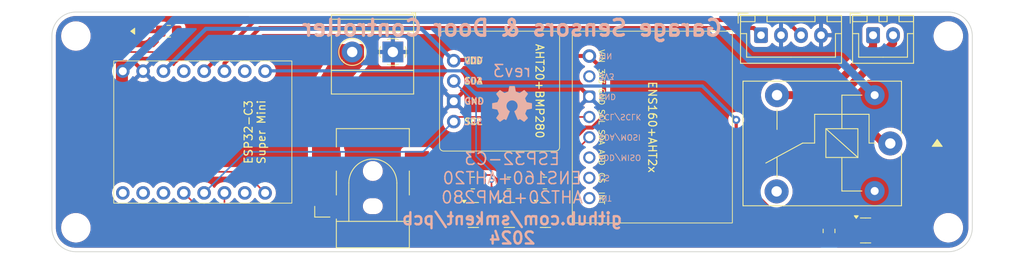
<source format=kicad_pcb>
(kicad_pcb (version 20240108) (generator "pcbnew") (generator_version "8.0")
  (layers (0 "F.Cu" signal) (31 "B.Cu" signal) (34 "B.Paste" user) (35 "F.Paste" user) (36 "B.SilkS" user "B.Silkscreen") (37 "F.SilkS" user "F.Silkscreen") (38 "B.Mask" user) (39 "F.Mask" user) (44 "Edge.Cuts" user))
  (net 0 "")
  (net 2 "GND")
  (net 8 "RELAY_COIL")
  (net 9 "+5V")
  (net 11 "RELAY_SW_COMMON")
  (net 12 "RELAY_SW_NO")
  (net 13 "Net-(LED1-A)")
  (net 14 "RELAY_CONTROL")
  (net 15 "SEL")
  (net 16 "Net-(Q2-D)")
  (net 17 "SDA")
  (net 18 "BUS1_SDA")
  (net 19 "BUS0_SDA")
  (net 20 "LED_STATUS")
  (net 21 "+3V3")
  (net 22 "SCL")
  (net 27 "DOOR_SENSE")
  (net 28 "LOCK_SENSE")
  (footprint "custom:TerminalBlock_Phoenix_MKDS-1,5-2-5.08_1x02_P5.08mm_Horizontal" (layer "F.Cu") (at 132.6 90.5 180)
    (property "Reference" "J4" (hide yes))
    (property "Value" "JST XH")
    (fp_line (start 7.68 -5.261) (end 7.68 4.66) (stroke (width 0.12)) (layer "F.SilkS"))
    (fp_line (start 6.355 -1.069) (end 6.308 -1.023) (stroke (width 0.12)) (layer "F.SilkS"))
    (fp_line (start 6.15 -1.275) (end 6.115 -1.239) (stroke (width 0.12)) (layer "F.SilkS"))
    (fp_line (start 4.046 1.239) (end 4.011 1.274) (stroke (width 0.12)) (layer "F.SilkS"))
    (fp_line (start 3.853 1.023) (end 3.806 1.069) (stroke (width 0.12)) (layer "F.SilkS"))
    (fp_line (start -2.6 4.66) (end 7.68 4.66) (stroke (width 0.12)) (layer "F.SilkS"))
    (fp_line (start -2.6 4.1) (end 7.68 4.1) (stroke (width 0.12)) (layer "F.SilkS"))
    (fp_line (start -2.6 2.6) (end 7.68 2.6) (stroke (width 0.12)) (layer "F.SilkS"))
    (fp_line (start -2.6 -2.301) (end 7.68 -2.301) (stroke (width 0.12)) (layer "F.SilkS"))
    (fp_line (start -2.6 -5.261) (end 7.68 -5.261) (stroke (width 0.12)) (layer "F.SilkS"))
    (fp_line (start -2.6 -5.261) (end -2.6 4.66) (stroke (width 0.12)) (layer "F.SilkS"))
    (fp_line (start -2.84 4.9) (end -2.34 4.9) (stroke (width 0.12)) (layer "F.SilkS"))
    (fp_line (start -2.84 4.16) (end -2.84 4.9) (stroke (width 0.12)) (layer "F.SilkS"))
    (fp_arc (start 1.535427 -0.683042) (mid 1.680501 0.000524) (end 1.535 0.684) (stroke (width 0.12)) (layer "F.SilkS"))
    (fp_arc (start 0.683318 1.534756) (mid 0.349292 1.643288) (end 0 1.68) (stroke (width 0.12)) (layer "F.SilkS"))
    (fp_arc (start 0.028805 1.680253) (mid -0.335551 1.646659) (end -0.684 1.535) (stroke (width 0.12)) (layer "F.SilkS"))
    (fp_arc (start -0.683042 -1.535427) (mid 0.000524 -1.680501) (end 0.684 -1.535) (stroke (width 0.12)) (layer "F.SilkS"))
    (fp_arc (start -1.535427 0.683042) (mid -1.680501 -0.000524) (end -1.535 -0.684) (stroke (width 0.12)) (layer "F.SilkS"))
    (fp_circle (center 5.08 0) (end 6.76 0) (stroke (width 0.12)) (fill none) (layer "F.SilkS"))
    (pad "1" thru_hole rect (at 0 0 180) (size 2.6 2.6) (drill 1.3) (layers "*.Cu" "*.Mask") (net 2 "GND"))
    (pad "2" thru_hole circle (at 5.08 0 180) (size 2.6 2.6) (drill 1.3) (layers "*.Cu" "*.Mask") (net 9 "+5V"))
  )
  (footprint "Resistor_SMD:R_0805_2012Metric_Pad1.20x1.40mm_HandSolder" (layer "F.Cu") (at 151.6 106.9 180)
    (property "Reference" "R5" (hide yes))
    (property "Value" "10K")
    (fp_line (start -0.227064 0.735) (end 0.227064 0.735) (stroke (width 0.12)) (layer "F.SilkS"))
    (fp_line (start -0.227064 -0.735) (end 0.227064 -0.735) (stroke (width 0.12)) (layer "F.SilkS"))
    (pad "1" smd roundrect (at -1 0 180) (size 1.2 1.4) (layers "F.Cu" "F.Paste" "F.Mask") (roundrect_rratio 0.208333) (net 18 "BUS1_SDA"))
    (pad "2" smd roundrect (at 1 0 180) (size 1.2 1.4) (layers "F.Cu" "F.Paste" "F.Mask") (roundrect_rratio 0.208333) (net 21 "+3V3"))
  )
  (footprint "Package_TO_SOT_SMD:SOT-23" (layer "F.Cu") (at 147.1625 110.9)
    (property "Reference" "Q4" (hide yes))
    (property "Value" "BSS138")
    (fp_line (start 0 -1.56) (end -0.65 -1.56) (stroke (width 0.12)) (layer "F.SilkS"))
    (fp_line (start 0 -1.56) (end 0.65 -1.56) (stroke (width 0.12)) (layer "F.SilkS"))
    (fp_line (start 0 1.56) (end -0.65 1.56) (stroke (width 0.12)) (layer "F.SilkS"))
    (fp_line (start 0 1.56) (end 0.65 1.56) (stroke (width 0.12)) (layer "F.SilkS"))
    (fp_poly (pts (xy -1.1625 -1.51) (xy -1.4025 -1.84) (xy -0.9225 -1.84) (xy -1.1625 -1.51)) (stroke (width 0.12)) (fill solid) (layer "F.SilkS"))
    (pad "1" smd roundrect (at -0.9375 -0.95) (size 1.475 0.6) (layers "F.Cu" "F.Paste" "F.Mask") (net 15 "SEL"))
    (pad "2" smd roundrect (at -0.9375 0.95) (size 1.475 0.6) (layers "F.Cu" "F.Paste" "F.Mask") (net 17 "SDA"))
    (pad "3" smd roundrect (at 0.9375 0) (size 1.475 0.6) (layers "F.Cu" "F.Paste" "F.Mask") (net 19 "BUS0_SDA"))
  )
  (footprint "aliexpress:AHT20+BMP280-noholes" (layer "F.Cu") (at 145.938 95.4 -90)
    (property "Reference" "SM2" (hide yes))
    (property "Value" "~")
    (fp_poly (pts (arc (start 7.5 -7) (mid 7.353553 -7.353553) (end 7 -7.5)) (arc (start -7 -7.5) (mid -7.353553 -7.353553) (end -7.5 -7)) (arc (start -7.5 7) (mid -7.353553 7.353553) (end -7 7.5)) (arc (start 7 7.5) (mid 7.353553 7.353553) (end 7.5 7))) (stroke (width 0.1)) (fill none) (layer "F.SilkS"))
    (fp_text user "SCL" (at 3.81 4.5 0) (layer "B.SilkS") (effects (font (size 0.8 0.8) (thickness 0.16)) (justify right mirror)))
    (fp_text user "SDA" (at -1.27 4.5 0) (layer "B.SilkS") (effects (font (size 0.8 0.8) (thickness 0.16)) (justify right mirror)))
    (fp_text user "GND" (at 1.27 4.5 0) (layer "B.SilkS") (effects (font (size 0.8 0.8) (thickness 0.16)) (justify right mirror)))
    (fp_text user "VDD" (at -3.81 4.5 0) (layer "B.SilkS") (effects (font (size 0.8 0.8) (thickness 0.16)) (justify right mirror)))
    (fp_text user "GND" (at 1.27 4.5 0) (layer "F.SilkS") (effects (font (size 0.8 0.8) (thickness 0.16)) (justify left)))
    (fp_text user "VDD" (at -3.81 4.5 0) (layer "F.SilkS") (effects (font (size 0.8 0.8) (thickness 0.16)) (justify left)))
    (fp_text user "SDA" (at -1.27 4.5 0) (layer "F.SilkS") (effects (font (size 0.8 0.8) (thickness 0.16)) (justify left)))
    (fp_text user "SCL" (at 3.81 4.5 0) (layer "F.SilkS") (effects (font (size 0.8 0.8) (thickness 0.16)) (justify left)))
    (fp_text user "AHT20+BMP280" (at 0 -5 -90) (layer "F.SilkS"))
    (pad "1" thru_hole circle (at -3.81 5.73 270) (size 1.7 1.7) (drill 1) (layers "*.Cu" "*.Mask") (net 21 "+3V3"))
    (pad "2" thru_hole circle (at -1.27 5.73 270) (size 1.7 1.7) (drill 1) (layers "*.Cu" "*.Mask") (net 19 "BUS0_SDA"))
    (pad "3" thru_hole roundrect (at 1.27 5.73 270) (size 1.7 1.7) (drill 1) (layers "*.Cu" "*.Mask") (net 2 "GND"))
    (pad "4" thru_hole circle (at 3.81 5.73 270) (size 1.7 1.7) (drill 1) (layers "*.Cu" "*.Mask") (net 22 "SCL"))
  )
  (footprint "aliexpress:ENS160+AHT2x-noholes" (layer "F.Cu") (at 165.02 99.9 -90)
    (property "Reference" "SM3" (hide yes))
    (property "Value" "~")
    (fp_rect (start -12 -10) (end 12 10) (stroke (width 0.1)) (fill none) (layer "F.SilkS"))
    (fp_text user "3V3" (at -6.35 6.75 180) (layer "B.SilkS") (effects (font (size 0.7 0.7) (thickness 0.1)) (justify left mirror)))
    (fp_text user "ADD/MISO" (at 3.81 6.75 180) (layer "B.SilkS") (effects (font (size 0.7 0.7) (thickness 0.1)) (justify left mirror)))
    (fp_text user "CS" (at 6.35 6.75 180) (layer "B.SilkS") (effects (font (size 0.7 0.7) (thickness 0.1)) (justify left mirror)))
    (fp_text user "SCL/SCLK" (at -1.27 6.75 180) (layer "B.SilkS") (effects (font (size 0.7 0.7) (thickness 0.1)) (justify left mirror)))
    (fp_text user "SDA/MOSI" (at 1.27 6.75 180) (layer "B.SilkS") (effects (font (size 0.7 0.7) (thickness 0.1)) (justify left mirror)))
    (fp_text user "GND" (at -3.81 6.75 180) (layer "B.SilkS") (effects (font (size 0.7 0.7) (thickness 0.1)) (justify left mirror)))
    (fp_text user "VIN" (at -8.89 6.75 180) (layer "B.SilkS") (effects (font (size 0.7 0.7) (thickness 0.1)) (justify left mirror)))
    (fp_text user "INT" (at 8.89 6.75 180) (layer "B.SilkS") (effects (font (size 0.7 0.7) (thickness 0.1)) (justify left mirror)))
    (fp_text user "SCL" (at -1.27 6.75 -90) (layer "F.SilkS") (effects (font (size 0.7 0.7) (thickness 0.1)) (justify bottom)))
    (fp_text user "ENS160+AHT2x" (at 0 0 -90) (layer "F.SilkS"))
    (fp_text user "GND" (at -3.81 6.75 -90) (layer "F.SilkS") (effects (font (size 0.7 0.7) (thickness 0.1)) (justify bottom)))
    (fp_text user "CS" (at 6.35 6.75 -90) (layer "F.SilkS") (effects (font (size 0.7 0.7) (thickness 0.1)) (justify bottom)))
    (fp_text user "ADD" (at 3.81 6.75 -90) (layer "F.SilkS") (effects (font (size 0.7 0.7) (thickness 0.1)) (justify bottom)))
    (fp_text user "VIN" (at -8.89 6.75 -90) (layer "F.SilkS") (effects (font (size 0.7 0.7) (thickness 0.1)) (justify bottom)))
    (fp_text user "3V3" (at -6.35 6.75 -90) (layer "F.SilkS") (effects (font (size 0.7 0.7) (thickness 0.1)) (justify bottom)))
    (fp_text user "SDA" (at 1.27 6.75 -90) (layer "F.SilkS") (effects (font (size 0.7 0.7) (thickness 0.1)) (justify bottom)))
    (fp_text user "INT" (at 8.89 6.75 -90) (layer "F.SilkS") (effects (font (size 0.7 0.7) (thickness 0.1)) (justify bottom)))
    (pad "1" thru_hole circle (at -8.89 7.87 270) (size 1.7 1.7) (drill 1) (layers "*.Cu" "*.Mask") (net 21 "+3V3"))
    (pad "2" thru_hole circle (at -6.35 7.87 270) (size 1.524 1.524) (drill 1) (layers "*.Cu" "*.Mask"))
    (pad "3" thru_hole roundrect (at -3.81 7.87 270) (size 1.524 1.524) (drill 1) (layers "*.Cu" "*.Mask") (net 2 "GND"))
    (pad "4" thru_hole circle (at -1.27 7.87 270) (size 1.524 1.524) (drill 1) (layers "*.Cu" "*.Mask") (net 22 "SCL"))
    (pad "5" thru_hole circle (at 1.27 7.87 270) (size 1.524 1.524) (drill 1) (layers "*.Cu" "*.Mask") (net 18 "BUS1_SDA"))
    (pad "6" thru_hole circle (at 3.81 7.87 270) (size 1.524 1.524) (drill 1) (layers "*.Cu" "*.Mask"))
    (pad "7" thru_hole circle (at 6.35 7.87 270) (size 1.524 1.524) (drill 1) (layers "*.Cu" "*.Mask"))
    (pad "8" thru_hole circle (at 8.89 7.87 270) (size 1.524 1.524) (drill 1) (layers "*.Cu" "*.Mask"))
  )
  (footprint "Connector_BarrelJack:BarrelJack_CLIFF_FC681465S_SMT_Horizontal" (layer "F.Cu") (at 130.1 106.9 90)
    (property "Reference" "J1" (hide yes))
    (property "Value" "Barrel_Jack_Switch")
    (fp_line (start -2.92 -7.26) (end -4.26 -7.26) (stroke (width 0.12)) (layer "F.SilkS"))
    (fp_line (start -4.26 -7.26) (end -4.26 -5.36) (stroke (width 0.12)) (layer "F.SilkS"))
    (fp_line (start 4.5 -4.56) (end 6.81 -4.56) (stroke (width 0.12)) (layer "F.SilkS"))
    (fp_line (start -1.5 -4.56) (end 1.5 -4.56) (stroke (width 0.12)) (layer "F.SilkS"))
    (fp_line (start -8.11 -4.56) (end -4.5 -4.56) (stroke (width 0.12)) (layer "F.SilkS"))
    (fp_line (start -4.8 -3) (end 0 -3) (stroke (width 0.12)) (layer "F.SilkS"))
    (fp_line (start -4.8 3) (end 0 3) (stroke (width 0.12)) (layer "F.SilkS"))
    (fp_line (start 6.81 4.56) (end 6.81 -4.56) (stroke (width 0.12)) (layer "F.SilkS"))
    (fp_line (start 4.5 4.56) (end 6.81 4.56) (stroke (width 0.12)) (layer "F.SilkS"))
    (fp_line (start -1.5 4.56) (end 1.5 4.56) (stroke (width 0.12)) (layer "F.SilkS"))
    (fp_line (start -4.8 4.56) (end -4.8 -4.56) (stroke (width 0.12)) (layer "F.SilkS"))
    (fp_line (start -8.11 4.56) (end -8.11 -4.56) (stroke (width 0.12)) (layer "F.SilkS"))
    (fp_line (start -8.11 4.56) (end -4.5 4.56) (stroke (width 0.12)) (layer "F.SilkS"))
    (fp_arc (start 0 -3) (mid 3 0) (end 0 3) (stroke (width 0.12)) (layer "F.SilkS"))
    (pad "" np_thru_hole oval (at -2.9 0 180) (size 2 1.5) (drill oval 2 1.5) (layers "*.Cu" "*.Mask"))
    (pad "" np_thru_hole circle (at 1.5 0 180) (size 2 2) (drill 2) (layers "*.Cu" "*.Mask"))
    (pad "1" smd rect (at -3 -5.5 180) (size 3 2) (layers "F.Cu" "F.Paste" "F.Mask") (net 9 "+5V"))
    (pad "1" smd rect (at 3 -5.5 180) (size 3 2) (layers "F.Cu" "F.Paste" "F.Mask") (net 9 "+5V"))
    (pad "2" smd rect (at 3 5.5 180) (size 3 2) (layers "F.Cu" "F.Paste" "F.Mask"))
    (pad "3" smd rect (at -3 5.5 180) (size 3 2) (layers "F.Cu" "F.Paste" "F.Mask") (net 2 "GND"))
  )
  (footprint "MountingHole:MountingHole_3.2mm_M3" (layer "F.Cu") (at 202 112.5)
    (property "Reference" "REF**" (hide yes))
    (property "Value" "MountingHole_3.2mm_M3")
    (pad "" np_thru_hole circle (at 0 0) (size 3.2 3.2) (drill 3.2) (layers "F&B.Cu" "*.Mask"))
  )
  (footprint "Connector_JST:JST_XH_B4B-XH-A_1x04_P2.50mm_Vertical" (layer "F.Cu") (at 178.6 88.4)
    (property "Reference" "J3" (hide yes))
    (property "Value" "JST XH")
    (fp_line (start -2.85 -2.75) (end -2.85 -1.5) (stroke (width 0.12)) (layer "F.SilkS"))
    (fp_line (start -2.56 -2.46) (end -2.56 3.51) (stroke (width 0.12)) (layer "F.SilkS"))
    (fp_line (start -2.56 3.51) (end 10.06 3.51) (stroke (width 0.12)) (layer "F.SilkS"))
    (fp_line (start -2.55 -2.45) (end -2.55 -1.7) (stroke (width 0.12)) (layer "F.SilkS"))
    (fp_line (start -2.55 -1.7) (end -0.75 -1.7) (stroke (width 0.12)) (layer "F.SilkS"))
    (fp_line (start -2.55 -0.2) (end -1.8 -0.2) (stroke (width 0.12)) (layer "F.SilkS"))
    (fp_line (start -1.8 -0.2) (end -1.8 2.75) (stroke (width 0.12)) (layer "F.SilkS"))
    (fp_line (start -1.8 2.75) (end 3.75 2.75) (stroke (width 0.12)) (layer "F.SilkS"))
    (fp_line (start -1.6 -2.75) (end -2.85 -2.75) (stroke (width 0.12)) (layer "F.SilkS"))
    (fp_line (start -0.75 -2.45) (end -2.55 -2.45) (stroke (width 0.12)) (layer "F.SilkS"))
    (fp_line (start -0.75 -1.7) (end -0.75 -2.45) (stroke (width 0.12)) (layer "F.SilkS"))
    (fp_line (start 0.75 -2.45) (end 0.75 -1.7) (stroke (width 0.12)) (layer "F.SilkS"))
    (fp_line (start 0.75 -1.7) (end 6.75 -1.7) (stroke (width 0.12)) (layer "F.SilkS"))
    (fp_line (start 6.75 -2.45) (end 0.75 -2.45) (stroke (width 0.12)) (layer "F.SilkS"))
    (fp_line (start 6.75 -1.7) (end 6.75 -2.45) (stroke (width 0.12)) (layer "F.SilkS"))
    (fp_line (start 8.25 -2.45) (end 8.25 -1.7) (stroke (width 0.12)) (layer "F.SilkS"))
    (fp_line (start 8.25 -1.7) (end 10.05 -1.7) (stroke (width 0.12)) (layer "F.SilkS"))
    (fp_line (start 9.3 -0.2) (end 9.3 2.75) (stroke (width 0.12)) (layer "F.SilkS"))
    (fp_line (start 9.3 2.75) (end 3.75 2.75) (stroke (width 0.12)) (layer "F.SilkS"))
    (fp_line (start 10.05 -2.45) (end 8.25 -2.45) (stroke (width 0.12)) (layer "F.SilkS"))
    (fp_line (start 10.05 -1.7) (end 10.05 -2.45) (stroke (width 0.12)) (layer "F.SilkS"))
    (fp_line (start 10.05 -0.2) (end 9.3 -0.2) (stroke (width 0.12)) (layer "F.SilkS"))
    (fp_line (start 10.06 -2.46) (end -2.56 -2.46) (stroke (width 0.12)) (layer "F.SilkS"))
    (fp_line (start 10.06 3.51) (end 10.06 -2.46) (stroke (width 0.12)) (layer "F.SilkS"))
    (pad "1" thru_hole roundrect (at 0 0) (size 1.7 1.95) (drill 0.95) (layers "*.Cu" "*.Mask") (roundrect_rratio 0.147059) (net 28 "LOCK_SENSE"))
    (pad "2" thru_hole oval (at 2.5 0) (size 1.7 1.95) (drill 0.95) (layers "*.Cu" "*.Mask") (net 2 "GND"))
    (pad "3" thru_hole oval (at 5 0) (size 1.7 1.95) (drill 0.95) (layers "*.Cu" "*.Mask") (net 27 "DOOR_SENSE"))
    (pad "4" thru_hole oval (at 7.5 0) (size 1.7 1.95) (drill 0.95) (layers "*.Cu" "*.Mask") (net 2 "GND"))
  )
  (footprint "Package_TO_SOT_SMD:SOT-23" (layer "F.Cu") (at 142.6625 110.9)
    (property "Reference" "Q2" (hide yes))
    (property "Value" "BSS138")
    (fp_line (start 0 -1.56) (end -0.65 -1.56) (stroke (width 0.12)) (layer "F.SilkS"))
    (fp_line (start 0 -1.56) (end 0.65 -1.56) (stroke (width 0.12)) (layer "F.SilkS"))
    (fp_line (start 0 1.56) (end -0.65 1.56) (stroke (width 0.12)) (layer "F.SilkS"))
    (fp_line (start 0 1.56) (end 0.65 1.56) (stroke (width 0.12)) (layer "F.SilkS"))
    (fp_poly (pts (xy -1.1625 -1.51) (xy -1.4025 -1.84) (xy -0.9225 -1.84) (xy -1.1625 -1.51)) (stroke (width 0.12)) (fill solid) (layer "F.SilkS"))
    (pad "1" smd roundrect (at -0.9375 -0.95) (size 1.475 0.6) (layers "F.Cu" "F.Paste" "F.Mask") (net 15 "SEL"))
    (pad "2" smd roundrect (at -0.9375 0.95) (size 1.475 0.6) (layers "F.Cu" "F.Paste" "F.Mask") (net 2 "GND"))
    (pad "3" smd roundrect (at 0.9375 0) (size 1.475 0.6) (layers "F.Cu" "F.Paste" "F.Mask") (net 16 "Net-(Q2-D)"))
  )
  (footprint "Resistor_SMD:R_0805_2012Metric_Pad1.20x1.40mm_HandSolder" (layer "F.Cu") (at 104.6 87.9)
    (property "Reference" "R2" (hide yes))
    (property "Value" "10K")
    (fp_line (start -0.227064 -0.735) (end 0.227064 -0.735) (stroke (width 0.12)) (layer "F.SilkS"))
    (fp_line (start -0.227064 0.735) (end 0.227064 0.735) (stroke (width 0.12)) (layer "F.SilkS"))
    (pad "1" smd roundrect (at -1 0) (size 1.2 1.4) (layers "F.Cu" "F.Paste" "F.Mask") (roundrect_rratio 0.208333) (net 13 "Net-(LED1-A)"))
    (pad "2" smd roundrect (at 1 0) (size 1.2 1.4) (layers "F.Cu" "F.Paste" "F.Mask") (roundrect_rratio 0.208333) (net 20 "LED_STATUS"))
  )
  (footprint "Package_TO_SOT_SMD:SOT-23" (layer "F.Cu") (at 191.6625 112.8375)
    (property "Reference" "Q1" (hide yes))
    (property "Value" "BSS138")
    (fp_line (start 0 -1.56) (end -0.65 -1.56) (stroke (width 0.12)) (layer "F.SilkS"))
    (fp_line (start 0 -1.56) (end 0.65 -1.56) (stroke (width 0.12)) (layer "F.SilkS"))
    (fp_line (start 0 1.56) (end -0.65 1.56) (stroke (width 0.12)) (layer "F.SilkS"))
    (fp_line (start 0 1.56) (end 0.65 1.56) (stroke (width 0.12)) (layer "F.SilkS"))
    (fp_poly (pts (xy -1.1625 -1.51) (xy -1.4025 -1.84) (xy -0.9225 -1.84) (xy -1.1625 -1.51)) (stroke (width 0.12)) (fill solid) (layer "F.SilkS"))
    (pad "1" smd roundrect (at -0.9375 -0.95) (size 1.475 0.6) (layers "F.Cu" "F.Paste" "F.Mask") (net 14 "RELAY_CONTROL"))
    (pad "2" smd roundrect (at -0.9375 0.95) (size 1.475 0.6) (layers "F.Cu" "F.Paste" "F.Mask") (net 2 "GND"))
    (pad "3" smd roundrect (at 0.9375 0) (size 1.475 0.6) (layers "F.Cu" "F.Paste" "F.Mask") (net 8 "RELAY_COIL"))
  )
  (footprint "Resistor_SMD:R_0805_2012Metric_Pad1.20x1.40mm_HandSolder" (layer "F.Cu") (at 147.1 106.9 180)
    (property "Reference" "R4" (hide yes))
    (property "Value" "10K")
    (fp_line (start -0.227064 0.735) (end 0.227064 0.735) (stroke (width 0.12)) (layer "F.SilkS"))
    (fp_line (start -0.227064 -0.735) (end 0.227064 -0.735) (stroke (width 0.12)) (layer "F.SilkS"))
    (pad "1" smd roundrect (at -1 0 180) (size 1.2 1.4) (layers "F.Cu" "F.Paste" "F.Mask") (roundrect_rratio 0.208333) (net 19 "BUS0_SDA"))
    (pad "2" smd roundrect (at 1 0 180) (size 1.2 1.4) (layers "F.Cu" "F.Paste" "F.Mask") (roundrect_rratio 0.208333) (net 21 "+3V3"))
  )
  (footprint "custom:LED_0805_2012Metric_Pad1.15x1.40mm_HandSolder_simple" (layer "F.Cu") (at 100.1 87.9)
    (property "Reference" "LED1" (hide yes))
    (property "Value" "LED")
    (fp_poly (pts (xy 0.254 -0.381) (xy 0.254 0.381) (xy -0.254 0)) (stroke (width 0.1)) (fill solid) (layer "F.SilkS"))
    (pad "1" smd roundrect (at -1.025 0) (size 1.15 1.4) (layers "F.Cu" "F.Paste" "F.Mask") (roundrect_rratio 0.217391) (net 2 "GND"))
    (pad "2" smd roundrect (at 1.025 0) (size 1.15 1.4) (layers "F.Cu" "F.Paste" "F.Mask") (roundrect_rratio 0.217391) (net 13 "Net-(LED1-A)"))
  )
  (footprint "Resistor_SMD:R_0805_2012Metric_Pad1.20x1.40mm_HandSolder" (layer "F.Cu") (at 187.1 112.9 90)
    (property "Reference" "R1" (hide yes))
    (property "Value" "10K")
    (fp_line (start -0.227064 -0.735) (end 0.227064 -0.735) (stroke (width 0.12)) (layer "F.SilkS"))
    (fp_line (start -0.227064 0.735) (end 0.227064 0.735) (stroke (width 0.12)) (layer "F.SilkS"))
    (pad "1" smd roundrect (at -1 0 90) (size 1.2 1.4) (layers "F.Cu" "F.Paste" "F.Mask") (roundrect_rratio 0.208333) (net 2 "GND"))
    (pad "2" smd roundrect (at 1 0 90) (size 1.2 1.4) (layers "F.Cu" "F.Paste" "F.Mask") (roundrect_rratio 0.208333) (net 14 "RELAY_CONTROL"))
  )
  (footprint "Resistor_SMD:R_0805_2012Metric_Pad1.20x1.40mm_HandSolder" (layer "F.Cu") (at 142.6 106.9 180)
    (property "Reference" "R3" (hide yes))
    (property "Value" "10K")
    (fp_line (start -0.227064 0.735) (end 0.227064 0.735) (stroke (width 0.12)) (layer "F.SilkS"))
    (fp_line (start -0.227064 -0.735) (end 0.227064 -0.735) (stroke (width 0.12)) (layer "F.SilkS"))
    (pad "1" smd roundrect (at -1 0 180) (size 1.2 1.4) (layers "F.Cu" "F.Paste" "F.Mask") (roundrect_rratio 0.208333) (net 16 "Net-(Q2-D)"))
    (pad "2" smd roundrect (at 1 0 180) (size 1.2 1.4) (layers "F.Cu" "F.Paste" "F.Mask") (roundrect_rratio 0.208333) (net 21 "+3V3"))
  )
  (footprint "MountingHole:MountingHole_3.2mm_M3" (layer "F.Cu") (at 202 88.5)
    (property "Reference" "REF**" (hide yes))
    (property "Value" "MountingHole_3.2mm_M3")
    (pad "" np_thru_hole circle (at 0 0) (size 3.2 3.2) (drill 3.2) (layers "F&B.Cu" "*.Mask"))
  )
  (footprint "Relay_THT:Relay_SPDT_SANYOU_SRD_Series_Form_C" (layer "F.Cu") (at 194.75 101.95 180)
    (property "Reference" "K1" (hide yes))
    (property "Value" "Relay_SPDT")
    (fp_line (start 18.4 7.8) (end -1.4 7.8) (stroke (width 0.12)) (layer "F.SilkS"))
    (fp_line (start 18.4 -7.8) (end 18.4 7.8) (stroke (width 0.12)) (layer "F.SilkS"))
    (fp_line (start 14.15 4.2) (end 14.15 1.75) (stroke (width 0.12)) (layer "F.SilkS"))
    (fp_line (start 14.15 -4.2) (end 14.15 -1.7) (stroke (width 0.12)) (layer "F.SilkS"))
    (fp_line (start 10.95 0.05) (end 15.55 -2.45) (stroke (width 0.12)) (layer "F.SilkS"))
    (fp_line (start 9.45 3.65) (end 2.65 3.65) (stroke (width 0.12)) (layer "F.SilkS"))
    (fp_line (start 9.45 0.05) (end 10.95 0.05) (stroke (width 0.12)) (layer "F.SilkS"))
    (fp_line (start 9.45 0.05) (end 9.45 3.65) (stroke (width 0.12)) (layer "F.SilkS"))
    (fp_line (start 8.05 1.85) (end 4.05 1.85) (stroke (width 0.12)) (layer "F.SilkS"))
    (fp_line (start 8.05 1.85) (end 4.05 -1.75) (stroke (width 0.12)) (layer "F.SilkS"))
    (fp_line (start 8.05 -1.75) (end 8.05 1.85) (stroke (width 0.12)) (layer "F.SilkS"))
    (fp_line (start 6.05 1.85) (end 6.05 6.05) (stroke (width 0.12)) (layer "F.SilkS"))
    (fp_line (start 6.05 -5.95) (end 6.05 -1.75) (stroke (width 0.12)) (layer "F.SilkS"))
    (fp_line (start 6.05 -5.95) (end 3.55 -5.95) (stroke (width 0.12)) (layer "F.SilkS"))
    (fp_line (start 4.05 1.85) (end 4.05 -1.75) (stroke (width 0.12)) (layer "F.SilkS"))
    (fp_line (start 4.05 -1.75) (end 8.05 -1.75) (stroke (width 0.12)) (layer "F.SilkS"))
    (fp_line (start 3.55 6.05) (end 6.05 6.05) (stroke (width 0.12)) (layer "F.SilkS"))
    (fp_line (start 2.65 0.05) (end 2.65 3.65) (stroke (width 0.12)) (layer "F.SilkS"))
    (fp_line (start 2.65 0.05) (end 1.85 0.05) (stroke (width 0.12)) (layer "F.SilkS"))
    (fp_line (start -1.4 1.2) (end -1.4 7.8) (stroke (width 0.12)) (layer "F.SilkS"))
    (fp_line (start -1.4 -7.8) (end 18.4 -7.8) (stroke (width 0.12)) (layer "F.SilkS"))
    (fp_line (start -1.4 -7.8) (end -1.4 -1.2) (stroke (width 0.12)) (layer "F.SilkS"))
    (pad "1" thru_hole circle (at 0 0 270) (size 3 3) (drill 1.3) (layers "*.Cu" "*.Mask") (net 11 "RELAY_SW_COMMON"))
    (pad "2" thru_hole circle (at 1.95 6.05 270) (size 2.5 2.5) (drill 1) (layers "*.Cu" "*.Mask") (net 9 "+5V"))
    (pad "3" thru_hole circle (at 14.15 6.05 270) (size 3 3) (drill 1.3) (layers "*.Cu" "*.Mask") (net 12 "RELAY_SW_NO"))
    (pad "4" thru_hole circle (at 14.2 -6 270) (size 3 3) (drill 1.3) (layers "*.Cu" "*.Mask"))
    (pad "5" thru_hole circle (at 1.95 -5.95 270) (size 2.5 2.5) (drill 1) (layers "*.Cu" "*.Mask") (net 8 "RELAY_COIL"))
  )
  (footprint "custom:D_SMA_simple" (layer "F.Cu") (at 200.6 101.9 -90)
    (property "Reference" "D1" (hide yes))
    (property "Value" "SS34")
    (fp_poly (pts (xy 0.420439 0.621316) (xy -0.461741 -0.012664) (xy 0.420439 -0.648684)) (stroke (width 0.1)) (fill solid) (layer "F.SilkS"))
    (pad "1" smd roundrect (at -2 0 270) (size 2.5 1.8) (layers "F.Cu" "F.Paste" "F.Mask") (roundrect_rratio 0.1388888889) (net 9 "+5V"))
    (pad "2" smd roundrect (at 2 0 270) (size 2.5 1.8) (layers "F.Cu" "F.Paste" "F.Mask") (roundrect_rratio 0.1388888889) (net 8 "RELAY_COIL"))
  )
  (footprint "aliexpress:ESP32-C3-Super-Mini-Pins" (layer "F.Cu") (at 106.48 100.52 90)
    (property "Reference" "SM1" (hide yes))
    (property "Value" "~")
    (fp_rect (start -8.9 -8.75) (end 8.9 13.5) (stroke (width 0.1)) (fill none) (layer "F.SilkS"))
    (fp_text_box "ESP32-C3\nSuper Mini" (start -4.875 6.75) (end 4.875 9.75) (layer "F.SilkS") (effects (font (size 1 1)) (justify top)) (border no))
    (pad "0" thru_hole circle (at 7.62 10.16 90) (size 1.7 1.7) (drill 1) (layers "*.Cu" "*.Mask") (net 14 "RELAY_CONTROL"))
    (pad "1" thru_hole circle (at 7.62 7.62 90) (size 1.7 1.7) (drill 1) (layers "*.Cu" "*.Mask"))
    (pad "2" thru_hole circle (at 7.62 5.08 90) (size 1.7 1.7) (drill 1) (layers "*.Cu" "*.Mask") (net 28 "LOCK_SENSE"))
    (pad "3" thru_hole circle (at 7.62 2.54 90) (size 1.7 1.7) (drill 1) (layers "*.Cu" "*.Mask") (net 27 "DOOR_SENSE"))
    (pad "3V3" thru_hole circle (at 7.62 -2.54 90) (size 1.7 1.7) (drill 1) (layers "*.Cu" "*.Mask") (net 21 "+3V3"))
    (pad "4" thru_hole circle (at 7.62 0 90) (size 1.7 1.7) (drill 1) (layers "*.Cu" "*.Mask"))
    (pad "5" thru_hole circle (at -7.62 -7.62 90) (size 1.7 1.7) (drill 1) (layers "*.Cu" "*.Mask"))
    (pad "5V" thru_hole circle (at 7.62 -7.62 90) (size 1.7 1.7) (drill 1) (layers "*.Cu" "*.Mask") (net 9 "+5V"))
    (pad "6" thru_hole circle (at -7.62 -5.08 90) (size 1.7 1.7) (drill 1) (layers "*.Cu" "*.Mask"))
    (pad "7" thru_hole circle (at -7.62 -2.54 90) (size 1.7 1.7) (drill 1) (layers "*.Cu" "*.Mask"))
    (pad "8" thru_hole circle (at -7.62 0 90) (size 1.7 1.7) (drill 1) (layers "*.Cu" "*.Mask") (net 17 "SDA"))
    (pad "9" thru_hole circle (at -7.62 2.54 90) (size 1.7 1.7) (drill 1) (layers "*.Cu" "*.Mask") (net 22 "SCL"))
    (pad "10" thru_hole circle (at -7.62 5.08 90) (size 1.7 1.7) (drill 1) (layers "*.Cu" "*.Mask") (net 15 "SEL"))
    (pad "20" thru_hole circle (at -7.62 7.62 90) (size 1.7 1.7) (drill 1) (layers "*.Cu" "*.Mask"))
    (pad "21" thru_hole circle (at -7.62 10.16 90) (size 1.7 1.7) (drill 1) (layers "*.Cu" "*.Mask") (net 20 "LED_STATUS"))
    (pad "G" thru_hole circle (at 7.62 -5.08 90) (size 1.7 1.7) (drill 1) (layers "*.Cu" "*.Mask") (net 2 "GND"))
  )
  (footprint "MountingHole:MountingHole_3.2mm_M3" (layer "F.Cu") (at 93 112.5)
    (property "Reference" "REF**" (hide yes))
    (property "Value" "MountingHole_3.2mm_M3")
    (pad "" np_thru_hole circle (at 0 0) (size 3.2 3.2) (drill 3.2) (layers "F&B.Cu" "*.Mask"))
  )
  (footprint "Connector_JST:JST_XH_B2B-XH-A_1x02_P2.50mm_Vertical" (layer "F.Cu") (at 192.6 88.4)
    (property "Reference" "J2" (hide yes))
    (property "Value" "JST XH")
    (fp_line (start -2.85 -2.75) (end -2.85 -1.5) (stroke (width 0.12)) (layer "F.SilkS"))
    (fp_line (start -2.56 -2.46) (end -2.56 3.51) (stroke (width 0.12)) (layer "F.SilkS"))
    (fp_line (start -2.56 3.51) (end 5.06 3.51) (stroke (width 0.12)) (layer "F.SilkS"))
    (fp_line (start -2.55 -2.45) (end -2.55 -1.7) (stroke (width 0.12)) (layer "F.SilkS"))
    (fp_line (start -2.55 -1.7) (end -0.75 -1.7) (stroke (width 0.12)) (layer "F.SilkS"))
    (fp_line (start -2.55 -0.2) (end -1.8 -0.2) (stroke (width 0.12)) (layer "F.SilkS"))
    (fp_line (start -1.8 -0.2) (end -1.8 2.75) (stroke (width 0.12)) (layer "F.SilkS"))
    (fp_line (start -1.8 2.75) (end 1.25 2.75) (stroke (width 0.12)) (layer "F.SilkS"))
    (fp_line (start -1.6 -2.75) (end -2.85 -2.75) (stroke (width 0.12)) (layer "F.SilkS"))
    (fp_line (start -0.75 -2.45) (end -2.55 -2.45) (stroke (width 0.12)) (layer "F.SilkS"))
    (fp_line (start -0.75 -1.7) (end -0.75 -2.45) (stroke (width 0.12)) (layer "F.SilkS"))
    (fp_line (start 0.75 -2.45) (end 0.75 -1.7) (stroke (width 0.12)) (layer "F.SilkS"))
    (fp_line (start 0.75 -1.7) (end 1.75 -1.7) (stroke (width 0.12)) (layer "F.SilkS"))
    (fp_line (start 1.75 -2.45) (end 0.75 -2.45) (stroke (width 0.12)) (layer "F.SilkS"))
    (fp_line (start 1.75 -1.7) (end 1.75 -2.45) (stroke (width 0.12)) (layer "F.SilkS"))
    (fp_line (start 3.25 -2.45) (end 3.25 -1.7) (stroke (width 0.12)) (layer "F.SilkS"))
    (fp_line (start 3.25 -1.7) (end 5.05 -1.7) (stroke (width 0.12)) (layer "F.SilkS"))
    (fp_line (start 4.3 -0.2) (end 4.3 2.75) (stroke (width 0.12)) (layer "F.SilkS"))
    (fp_line (start 4.3 2.75) (end 1.25 2.75) (stroke (width 0.12)) (layer "F.SilkS"))
    (fp_line (start 5.05 -2.45) (end 3.25 -2.45) (stroke (width 0.12)) (layer "F.SilkS"))
    (fp_line (start 5.05 -1.7) (end 5.05 -2.45) (stroke (width 0.12)) (layer "F.SilkS"))
    (fp_line (start 5.05 -0.2) (end 4.3 -0.2) (stroke (width 0.12)) (layer "F.SilkS"))
    (fp_line (start 5.06 -2.46) (end -2.56 -2.46) (stroke (width 0.12)) (layer "F.SilkS"))
    (fp_line (start 5.06 3.51) (end 5.06 -2.46) (stroke (width 0.12)) (layer "F.SilkS"))
    (pad "1" thru_hole roundrect (at 0 0) (size 1.7 2) (drill 1) (layers "*.Cu" "*.Mask") (roundrect_rratio 0.147059) (net 12 "RELAY_SW_NO"))
    (pad "2" thru_hole oval (at 2.5 0) (size 1.7 2) (drill 1) (layers "*.Cu" "*.Mask") (net 11 "RELAY_SW_COMMON"))
  )
  (footprint "Package_TO_SOT_SMD:SOT-23" (layer "F.Cu") (at 151.6625 110.9)
    (property "Reference" "Q3" (hide yes))
    (property "Value" "BSS138")
    (fp_line (start 0 -1.56) (end -0.65 -1.56) (stroke (width 0.12)) (layer "F.SilkS"))
    (fp_line (start 0 -1.56) (end 0.65 -1.56) (stroke (width 0.12)) (layer "F.SilkS"))
    (fp_line (start 0 1.56) (end -0.65 1.56) (stroke (width 0.12)) (layer "F.SilkS"))
    (fp_line (start 0 1.56) (end 0.65 1.56) (stroke (width 0.12)) (layer "F.SilkS"))
    (fp_poly (pts (xy -1.1625 -1.51) (xy -1.4025 -1.84) (xy -0.9225 -1.84) (xy -1.1625 -1.51)) (stroke (width 0.12)) (fill solid) (layer "F.SilkS"))
    (pad "1" smd roundrect (at -0.9375 -0.95) (size 1.475 0.6) (layers "F.Cu" "F.Paste" "F.Mask") (net 16 "Net-(Q2-D)"))
    (pad "2" smd roundrect (at -0.9375 0.95) (size 1.475 0.6) (layers "F.Cu" "F.Paste" "F.Mask") (net 17 "SDA"))
    (pad "3" smd roundrect (at 0.9375 0) (size 1.475 0.6) (layers "F.Cu" "F.Paste" "F.Mask") (net 18 "BUS1_SDA"))
  )
  (footprint "MountingHole:MountingHole_3.2mm_M3" (layer "F.Cu") (at 93 88.5)
    (property "Reference" "REF**" (hide yes))
    (property "Value" "MountingHole_3.2mm_M3")
    (pad "" np_thru_hole circle (at 0 0) (size 3.2 3.2) (drill 3.2) (layers "*.Cu" "*.Mask"))
  )
  (footprint "graphics:oshw-logo-5mm" (layer "B.Cu") (at 147.5 97 180)
    (property "Reference" "G***" (hide yes))
    (property "Value" "LOGO" (hide yes))
    (fp_poly (pts (xy 0.087879 2.243131) (xy 0.156266 2.242994) (xy 0.210969 2.242671) (xy 0.253576 2.242086) (xy 0.285679 2.241165) (xy 0.308869 2.239829) (xy 0.324735 2.238004) (xy 0.334868 2.235613) (xy 0.340858 2.23258) (xy 0.344296 2.228828) (xy 0.345474 2.226811) (xy 0.34894 2.215068) (xy 0.355046 2.188649) (xy 0.363402 2.149471) (xy 0.373617 2.09945) (xy 0.385301 2.0405) (xy 0.398065 1.974539) (xy 0.411518 1.903483) (xy 0.41374 1.891602) (xy 0.427294 1.820157) (xy 0.440315 1.753733) (xy 0.452406 1.694205) (xy 0.463165 1.643446) (xy 0.472195 1.603332) (xy 0.479096 1.575738) (xy 0.483469 1.562539) (xy 0.483944 1.561849) (xy 0.495128 1.555173) (xy 0.519543 1.543441) (xy 0.554685 1.52768) (xy 0.598054 1.508913) (xy 0.647148 1.488167) (xy 0.699464 1.466467) (xy 0.752502 1.444838) (xy 0.803759 1.424305) (xy 0.850734 1.405893) (xy 0.890924 1.390628) (xy 0.921829 1.379536) (xy 0.940946 1.37364) (xy 0.944862 1.37296) (xy 0.956838 1.376606) (xy 0.979353 1.388327) (xy 1.012959 1.408473) (xy 1.05821 1.437393) (xy 1.115658 1.475436) (xy 1.185855 1.52295) (xy 1.226628 1.550863) (xy 1.29727 1.599371) (xy 1.355329 1.639174) (xy 1.402136 1.671103) (xy 1.439023 1.695985) (xy 1.467319 1.714652) (xy 1.488354 1.727931) (xy 1.503461 1.736653) (xy 1.513969 1.741647) (xy 1.521209 1.743741) (xy 1.526511 1.743766) (xy 1.531206 1.742551) (xy 1.533162 1.741919) (xy 1.54394 1.734455) (xy 1.564476 1.716548) (xy 1.593187 1.68981) (xy 1.628487 1.655856) (xy 1.668791 1.6163) (xy 1.712513 1.572754) (xy 1.758068 1.526833) (xy 1.803872 1.48015) (xy 1.848338 1.434318) (xy 1.889882 1.390952) (xy 1.926919 1.351665) (xy 1.957863 1.318071) (xy 1.98113 1.291783) (xy 1.995133 1.274415) (xy 1.998606 1.268128) (xy 1.993966 1.257503) (xy 1.980746 1.234663) (xy 1.959997 1.201241) (xy 1.93277 1.15887) (xy 1.900114 1.10918) (xy 1.863081 1.053806) (xy 1.822721 0.994377) (xy 1.817298 0.986458) (xy 1.762865 0.906455) (xy 1.717988 0.839212) (xy 1.682767 0.784885) (xy 1.657299 0.743626) (xy 1.641681 0.715591) (xy 1.636011 0.700934) (xy 1.63599 0.700442) (xy 1.639317 0.685509) (xy 1.6486 0.65807) (xy 1.662791 0.620542) (xy 1.680843 0.575345) (xy 1.701708 0.524898) (xy 1.724339 0.471618) (xy 1.747689 0.417924) (xy 1.770709 0.366235) (xy 1.792352 0.31897) (xy 1.811572 0.278548) (xy 1.827319 0.247386) (xy 1.838548 0.227903) (xy 1.842919 0.222653) (xy 1.854981 0.218518) (xy 1.88165 0.211838) (xy 1.920929 0.203033) (xy 1.970821 0.192525) (xy 2.029332 0.180735) (xy 2.094464 0.168084) (xy 2.159154 0.155929) (xy 2.228726 0.142945) (xy 2.293614 0.130603) (xy 2.35181 0.119304) (xy 2.401303 0.109447) (xy 2.440083 0.101433) (xy 2.46614 0.095661) (xy 2.477175 0.092663) (xy 2.496149 0.084691) (xy 2.496149 -0.251905) (xy 2.496107 -0.336358) (xy 2.495936 -0.405503) (xy 2.495569 -0.460898) (xy 2.49494 -0.504103) (xy 2.49398 -0.536675) (xy 2.492623 -0.560172) (xy 2.490803 -0.576153) (xy 2.488451 -0.586175) (xy 2.4855 -0.591798) (xy 2.481885 -0.594578) (xy 2.481391 -0.5948) (xy 2.469941 -0.597761) (xy 2.443865 -0.603408) (xy 2.40512 -0.611352) (xy 2.355663 -0.621203) (xy 2.297452 -0.632571) (xy 2.232443 -0.645065) (xy 2.163542 -0.658119) (xy 2.079121 -0.674172) (xy 2.010085 -0.687705) (xy 1.95519 -0.699001) (xy 1.913191 -0.708344) (xy 1.882842 -0.716018) (xy 1.862898 -0.722307) (xy 1.852115 -0.727492) (xy 1.849931 -0.729525) (xy 1.844228 -0.740775) (xy 1.833189 -0.765632) (xy 1.817684 -0.80202) (xy 1.798584 -0.847865) (xy 1.776759 -0.901091) (xy 1.753079 -0.959622) (xy 1.745198 -0.97927) (xy 1.714184 -1.057698) (xy 1.689873 -1.121334) (xy 1.672056 -1.170772) (xy 1.660526 -1.206607) (xy 1.655075 -1.229431) (xy 1.654709 -1.237677) (xy 1.660251 -1.249827) (xy 1.674339 -1.27405) (xy 1.69585 -1.3086) (xy 1.723661 -1.351733) (xy 1.756648 -1.401702) (xy 1.793687 -1.456762) (xy 1.82852 -1.507718) (xy 1.867951 -1.565378) (xy 1.90415 -1.61908) (xy 1.936026 -1.66715) (xy 1.962494 -1.707913) (xy 1.982463 -1.739696) (xy 1.994846 -1.760824) (xy 1.998606 -1.76934) (xy 1.992809 -1.778351) (xy 1.976278 -1.797825) (xy 1.950299 -1.826397) (xy 1.916163 -1.8627) (xy 1.875156 -1.90537) (xy 1.828567 -1.953041) (xy 1.777684 -2.004348) (xy 1.763947 -2.018078) (xy 1.702896 -2.078805) (xy 1.652561 -2.128416) (xy 1.611884 -2.167873) (xy 1.579807 -2.198138) (xy 1.555274 -2.220172) (xy 1.537227 -2.234937) (xy 1.524608 -2.243394) (xy 1.516361 -2.246504) (xy 1.513067 -2.246203) (xy 1.502498 -2.240155) (xy 1.479761 -2.225661) (xy 1.446567 -2.203858) (xy 1.404624 -2.175885) (xy 1.355642 -2.142883) (xy 1.301331 -2.105989) (xy 1.253143 -2.073031) (xy 1.195756 -2.033974) (xy 1.142249 -1.998155) (xy 1.094326 -1.966668) (xy 1.053693 -1.94061) (xy 1.022054 -1.921076) (xy 1.001113 -1.909162) (xy 0.993023 -1.905843) (xy 0.980042 -1.909686) (xy 0.955378 -1.920258) (xy 0.922106 -1.936127) (xy 0.883303 -1.955859) (xy 0.865677 -1.965178) (xy 0.825565 -1.985941) (xy 0.789742 -2.003199) (xy 0.761244 -2.015583) (xy 0.743112 -2.021725) (xy 0.739212 -2.0221) (xy 0.73464 -2.018225) (xy 0.727457 -2.007073) (xy 0.717281 -1.987774) (xy 0.703728 -1.95946) (xy 0.686416 -1.921259) (xy 0.664961 -1.872302) (xy 0.638979 -1.811719) (xy 0.608088 -1.738641) (xy 0.571905 -1.652198) (xy 0.530046 -1.551519) (xy 0.500982 -1.481343) (xy 0.463631 -1.390821) (xy 0.428246 -1.304612) (xy 0.395348 -1.22402) (xy 0.365463 -1.15035) (xy 0.339114 -1.084906) (xy 0.316824 -1.028993) (xy 0.299118 -0.983915) (xy 0.286519 -0.950977) (xy 0.27955 -0.931482) (xy 0.278287 -0.926692) (xy 0.285649 -0.911279) (xy 0.305746 -0.893033) (xy 0.314127 -0.887295) (xy 0.338119 -0.871196) (xy 0.36969 -0.849156) (xy 0.402906 -0.82533) (xy 0.410605 -0.819704) (xy 0.492542 -0.74956) (xy 0.561406 -0.669813) (xy 0.616751 -0.582045) (xy 0.658129 -0.487838) (xy 0.68509 -0.388774) (xy 0.697187 -0.286436) (xy 0.693972 -0.182406) (xy 0.674997 -0.078266) (xy 0.645695 0.010265) (xy 0.619301 0.068097) (xy 0.588288 0.120201) (xy 0.549548 0.171057) (xy 0.499975 0.225148) (xy 0.48911 0.236126) (xy 0.414379 0.302568) (xy 0.336542 0.354447) (xy 0.251765 0.394052) (xy 0.189741 0.414695) (xy 0.129452 0.427248) (xy 0.059071 0.434186) (xy -0.015588 0.435511) (xy -0.088712 0.431221) (xy -0.154487 0.421318) (xy -0.181308 0.414695) (xy -0.280656 0.377658) (xy -0.372401 0.326698) (xy -0.455176 0.263279) (xy -0.527611 0.188861) (xy -0.588338 0.104908) (xy -0.63599 0.01288) (xy -0.669198 -0.08576) (xy -0.675503 -0.113303) (xy -0.68903 -0.219266) (xy -0.686348 -0.324378) (xy -0.668094 -0.42699) (xy -0.634907 -0.525453) (xy -0.587425 -0.618119) (xy -0.526284 -0.70334) (xy -0.452124 -0.779466) (xy -0.402172 -0.819704) (xy -0.369456 -0.843334) (xy -0.336935 -0.866195) (xy -0.310541 -0.884131) (xy -0.305694 -0.887295) (xy -0.282243 -0.905753) (xy -0.270599 -0.922399) (xy -0.269854 -0.926692) (xy -0.273009 -0.937054) (xy -0.282124 -0.96168) (xy -0.296676 -0.999267) (xy -0.316141 -1.048511) (xy -0.339996 -1.108107) (xy -0.367716 -1.17675) (xy -0.398778 -1.253136) (xy -0.432658 -1.335961) (xy -0.468832 -1.42392) (xy -0.492548 -1.481343) (xy -0.538131 -1.591314) (xy -0.577799 -1.686508) (xy -0.611936 -1.767796) (xy -0.640926 -1.836048) (xy -0.665151 -1.892132) (xy -0.684995 -1.93692) (xy -0.70084 -1.971281) (xy -0.713071 -1.996084) (xy -0.72207 -2.0122) (xy -0.728221 -2.020499) (xy -0.730779 -2.0221) (xy -0.743415 -2.019121) (xy -0.767748 -2.009302) (xy -0.800737 -1.994011) (xy -0.839345 -1.974615) (xy -0.857244 -1.965178) (xy -0.897481 -1.944225) (xy -0.933508 -1.926519) (xy -0.962252 -1.913492) (xy -0.980635 -1.90658) (xy -0.98459 -1.905843) (xy -0.995184 -1.91048) (xy -1.017914 -1.923661) (xy -1.051075 -1.944289) (xy -1.092962 -1.97127) (xy -1.141872 -2.003508) (xy -1.196099 -2.039907) (xy -1.24471 -2.073031) (xy -1.30216 -2.112301) (xy -1.355709 -2.148631) (xy -1.403646 -2.180881) (xy -1.444263 -2.207913) (xy -1.475848 -2.228588) (xy -1.496694 -2.241767) (xy -1.504634 -2.246203) (xy -1.510764 -2.245842) (xy -1.520631 -2.240712) (xy -1.53529 -2.229851) (xy -1.555801 -2.212299) (xy -1.58322 -2.187093) (xy -1.618604 -2.153272) (xy -1.663011 -2.109875) (xy -1.717499 -2.05594) (xy -1.755514 -2.018078) (xy -1.8073 -1.966051) (xy -1.855126 -1.917307) (xy -1.897704 -1.873209) (xy -1.933746 -1.835123) (xy -1.961963 -1.804416) (xy -1.981068 -1.782451) (xy -1.989772 -1.770595) (xy -1.990172 -1.76934) (xy -1.985528 -1.759204) (xy -1.97232 -1.736911) (xy -1.951637 -1.704134) (xy -1.924568 -1.662548) (xy -1.8922 -1.613827) (xy -1.855622 -1.559644) (xy -1.820087 -1.507718) (xy -1.780424 -1.449636) (xy -1.743831 -1.395119) (xy -1.711432 -1.345911) (xy -1.68435 -1.30376) (xy -1.663708 -1.270409) (xy -1.65063 -1.247605) (xy -1.646275 -1.237677) (xy -1.647815 -1.223143) (xy -1.655295 -1.195992) (xy -1.668925 -1.155631) (xy -1.688911 -1.101465) (xy -1.715462 -1.032901) (xy -1.736764 -0.97927) (xy -1.760856 -0.919472) (xy -1.783373 -0.86431) (xy -1.803446 -0.81586) (xy -1.820205 -0.776198) (xy -1.832778 -0.747398) (xy -1.840296 -0.731537) (xy -1.841498 -0.729525) (xy -1.848597 -0.724739) (xy -1.8643 -0.718978) (xy -1.889852 -0.711957) (xy -1.9265 -0.703394) (xy -1.975488 -0.693004) (xy -2.038061 -0.680504) (xy -2.115465 -0.66561) (xy -2.155109 -0.658119) (xy -2.224906 -0.644894) (xy -2.289838 -0.632412) (xy -2.347946 -0.621062) (xy -2.397273 -0.611234) (xy -2.435864 -0.603318) (xy -2.461759 -0.597703) (xy -2.472958 -0.5948) (xy -2.47666 -0.592261) (xy -2.479688 -0.587072) (xy -2.48211 -0.577674) (xy -2.483993 -0.562509) (xy -2.485403 -0.540019) (xy -2.486408 -0.508647) (xy -2.487074 -0.466833) (xy -2.48747 -0.413019) (xy -2.487661 -0.345647) (xy -2.487715 -0.263159) (xy -2.487716 -0.251905) (xy -2.487716 0.084691) (xy -2.468741 0.092663) (xy -2.456259 0.096002) (xy -2.429192 0.101954) (xy -2.38955 0.110118) (xy -2.339345 0.120095) (xy -2.280585 0.131485) (xy -2.215281 0.143888) (xy -2.150721 0.155929) (xy -2.081227 0.169002) (xy -2.016499 0.181606) (xy -1.958535 0.193318) (xy -1.909331 0.203719) (xy -1.870882 0.212387) (xy -1.845185 0.218901) (xy -1.834486 0.222653) (xy -1.826748 0.233268) (xy -1.813812 0.257131) (xy -1.796725 0.291823) (xy -1.776535 0.334927) (xy -1.754288 0.384022) (xy -1.731032 0.436691) (xy -1.707816 0.490515) (xy -1.685686 0.543075) (xy -1.66569 0.591953) (xy -1.648876 0.63473) (xy -1.63629 0.668987) (xy -1.628981 0.692307) (xy -1.627556 0.700442) (xy -1.632566 0.714211) (xy -1.647531 0.741369) (xy -1.672353 0.78176) (xy -1.706935 0.835231) (xy -1.751177 0.901627) (xy -1.804984 0.980794) (xy -1.808864 0.986458) (xy -1.849579 1.046292) (xy -1.887102 1.102285) (xy -1.920385 1.152803) (xy -1.948376 1.196216) (xy -1.970024 1.230891) (xy -1.98428 1.255195) (xy -1.990092 1.267497) (xy -1.990172 1.268128) (xy -1.984401 1.27751) (xy -1.968143 1.297057) (xy -1.942984 1.325156) (xy -1.910509 1.360192) (xy -1.872304 1.400553) (xy -1.829953 1.444624) (xy -1.785041 1.490791) (xy -1.739155 1.537443) (xy -1.693878 1.582964) (xy -1.650797 1.625741) (xy -1.611496 1.66416) (xy -1.577561 1.696609) (xy -1.550577 1.721472) (xy -1.532128 1.737137) (xy -1.524729 1.741919) (xy -1.519788 1.743378) (xy -1.514663 1.743842) (xy -1.508024 1.742483) (xy -1.498539 1.73847) (xy -1.484878 1.730976) (xy -1.46571 1.719171) (xy -1.439704 1.702225) (xy -1.405529 1.679309) (xy -1.361854 1.649595) (xy -1.307349 1.612254) (xy -1.240683 1.566455) (xy -1.217273 1.550365) (xy -1.140448 1.497908) (xy -1.076657 1.455115) (xy -1.025357 1.421642) (xy -0.986003 1.397148) (xy -0.958054 1.381288) (xy -0.940965 1.37372) (xy -0.936436 1.372933) (xy -0.922992 1.376331) (xy -0.8967 1.38536) (xy -0.860066 1.398994) (xy -0.815595 1.416207) (xy -0.765794 1.435973) (xy -0.713168 1.457266) (xy -0.660223 1.479058) (xy -0.609464 1.500325) (xy -0.563398 1.52004) (xy -0.52453 1.537176) (xy -0.495366 1.550708) (xy -0.478412 1.559609) (xy -0.475585 1.561668) (xy -0.471634 1.572203) (xy -0.465096 1.597459) (xy -0.456373 1.635561) (xy -0.445864 1.684631) (xy -0.433969 1.742792) (xy -0.421089 1.808167) (xy -0.407625 1.878878) (xy -0.405275 1.89146) (xy -0.391782 1.963158) (xy -0.378908 2.030076) (xy -0.367044 2.090296) (xy -0.356579 2.141902) (xy -0.347903 2.182975) (xy -0.341407 2.211597) (xy -0.33748 2.225851) (xy -0.337117 2.22667) (xy -0.334335 2.230817) (xy -0.329803 2.234205) (xy -0.321931 2.236909) (xy -0.309126 2.239006) (xy -0.289798 2.240574) (xy -0.262355 2.241688) (xy -0.225207 2.242427) (xy -0.176762 2.242866) (xy -0.115429 2.243083) (xy -0.039617 2.243155) (xy 0.004217 2.24316)) (fill solid) (layer "B.SilkS"))
  )
  (gr_poly (pts (arc (start 90 112.5) (mid 90.87868 114.62132) (end 93 115.5)) (arc (start 202 115.5) (mid 204.12132 114.62132) (end 205 112.5)) (arc (start 205 88.5) (mid 204.12132 86.37868) (end 202 85.5)) (arc (start 93 85.5) (mid 90.87868 86.37868) (end 90 88.5))) (stroke (width 0.1)) (fill none) (layer "Edge.Cuts"))
  (gr_text "github.com/smkent/pcb\n2024" (at 147.5 110.5 0) (layer "B.SilkS") (effects (font (size 1.5 1.5) (thickness 0.3) (bold yes)) (justify top mirror)))
  (gr_text "rev3" (at 147.5 92 0) (layer "B.SilkS") (effects (font (size 1.5 1.5) (thickness 0.1875)) (justify top mirror)))
  (gr_text "ESP32-C3\nENS160+AHT20\nAHT20+BMP280" (at 147.5 103 0) (layer "B.SilkS") (effects (font (size 1.5 1.5) (thickness 0.1875)) (justify top mirror)))
  (gr_text "Garage Sensors & Door Controller" (at 147.5 87.5 0) (layer "B.SilkS") (effects (font (size 2 2) (thickness 0.4) (bold yes)) (justify mirror)))
  (segment (start 177.262285 91.5) (end 188.4 91.5) (width 1) (layer "B.Cu") (net 9))
  (segment (start 105.26 86.5) (end 172.262285 86.5) (width 1) (layer "B.Cu") (net 9))
  (segment (start 172.262285 86.5) (end 177.262285 91.5) (width 1) (layer "B.Cu") (net 9))
  (segment (start 188.4 91.5) (end 192.8 95.9) (width 1) (layer "B.Cu") (net 9))
  (segment (start 98.86 92.9) (end 105.26 86.5) (width 1) (layer "B.Cu") (net 9))
  (segment (start 189 95.5) (end 189 97) (width 1) (layer "F.Cu") (net 11))
  (segment (start 195.1 88.4) (end 195.1 89.4) (width 1) (layer "F.Cu") (net 11))
  (segment (start 189 97) (end 193.9 101.9) (width 1) (layer "F.Cu") (net 11))
  (segment (start 195.1 89.4) (end 189 95.5) (width 1) (layer "F.Cu") (net 11))
  (segment (start 193.9 101.9) (end 194.8 101.9) (width 1) (layer "F.Cu") (net 11))
  (segment (start 186.6 95.9) (end 192.6 89.9) (width 1) (layer "F.Cu") (net 12))
  (segment (start 180.6 95.9) (end 186.6 95.9) (width 1) (layer "F.Cu") (net 12))
  (segment (start 192.6 89.9) (end 192.6 88.4) (width 1) (layer "F.Cu") (net 12))
  (segment (start 101.125 87.9) (end 103.6 87.9) (width 0.5) (layer "F.Cu") (net 13))
  (segment (start 175.5 105.852082) (end 175.5 99) (width 0.4) (layer "F.Cu") (net 14))
  (segment (start 190.7125 111.9) (end 190.725 111.8875) (width 0.4) (layer "F.Cu") (net 14))
  (segment (start 187.1 111.9) (end 190.7125 111.9) (width 0.4) (layer "F.Cu") (net 14))
  (segment (start 181.547918 111.9) (end 175.5 105.852082) (width 0.4) (layer "F.Cu") (net 14))
  (segment (start 187.1 111.9) (end 181.547918 111.9) (width 0.4) (layer "F.Cu") (net 14))
  (via (at 175.5 99) (size 1) (drill 0.5) (layers "F.Cu" "B.Cu") (net 14))
  (segment (start 143.262 94.762) (end 141.36 92.86) (width 0.4) (layer "B.Cu") (net 14))
  (segment (start 175.5 99) (end 171.262 94.762) (width 0.4) (layer "B.Cu") (net 14))
  (segment (start 141.36 92.86) (end 116.68 92.86) (width 0.4) (layer "B.Cu") (net 14))
  (segment (start 171.262 94.762) (end 143.262 94.762) (width 0.4) (layer "B.Cu") (net 14))
  (segment (start 116.68 92.86) (end 116.64 92.9) (width 0.4) (layer "B.Cu") (net 14))
  (segment (start 141.725 109.95) (end 141.725 110.471948) (width 0.2) (layer "F.Cu") (net 15))
  (segment (start 146.225 109.95) (end 143.175 113) (width 0.2) (layer "F.Cu") (net 15))
  (segment (start 113.5 113) (end 111.56 111.06) (width 0.2) (layer "F.Cu") (net 15))
  (segment (start 141.725 110.471948) (end 143.340552 112.0875) (width 0.2) (layer "F.Cu") (net 15))
  (segment (start 144.0875 112.0875) (end 146.225 109.95) (width 0.2) (layer "F.Cu") (net 15))
  (segment (start 143.340552 112.0875) (end 144.0875 112.0875) (width 0.2) (layer "F.Cu") (net 15))
  (segment (start 143.175 113) (end 113.5 113) (width 0.2) (layer "F.Cu") (net 15))
  (segment (start 111.56 111.06) (end 111.56 108.14) (width 0.2) (layer "F.Cu") (net 15))
  (segment (start 147 109) (end 147.95 109.95) (width 0.2) (layer "F.Cu") (net 16))
  (segment (start 143.6 106.9) (end 143.6 110.9) (width 0.2) (layer "F.Cu") (net 16))
  (segment (start 143.6 110.9) (end 143.6 109) (width 0.2) (layer "F.Cu") (net 16))
  (segment (start 143.6 109) (end 147 109) (width 0.2) (layer "F.Cu") (net 16))
  (segment (start 147.95 109.95) (end 150.725 109.95) (width 0.2) (layer "F.Cu") (net 16))
  (segment (start 144.675 113.4) (end 113.334314 113.4) (width 0.2) (layer "F.Cu") (net 17))
  (segment (start 146.225 111.85) (end 144.675 113.4) (width 0.2) (layer "F.Cu") (net 17))
  (segment (start 110.934314 111) (end 109.34 111) (width 0.2) (layer "F.Cu") (net 17))
  (segment (start 113.334314 113.4) (end 110.934314 111) (width 0.2) (layer "F.Cu") (net 17))
  (segment (start 150.725 111.85) (end 146.225 111.85) (width 0.2) (layer "F.Cu") (net 17))
  (segment (start 109.34 111) (end 106.48 108.14) (width 0.2) (layer "F.Cu") (net 17))
  (segment (start 152.6 106.9) (end 152.6 105.72) (width 0.2) (layer "F.Cu") (net 18))
  (segment (start 152.6 105.72) (end 157.15 101.17) (width 0.2) (layer "F.Cu") (net 18))
  (segment (start 152.6 110.9) (end 152.6 106.9) (width 0.2) (layer "F.Cu") (net 18))
  (segment (start 151.7625 109.609448) (end 150.653052 108.5) (width 0.2) (layer "F.Cu") (net 19))
  (segment (start 151.153052 110.9) (end 151.7625 110.290552) (width 0.2) (layer "F.Cu") (net 19))
  (segment (start 150.653052 108.5) (end 149.7 108.5) (width 0.2) (layer "F.Cu") (net 19))
  (segment (start 144.925735 106.574265) (end 144.925735 107.310479) (width 0.2) (layer "F.Cu") (net 19))
  (segment (start 147.1 107.9) (end 148.1 106.9) (width 0.2) (layer "F.Cu") (net 19))
  (segment (start 145.515256 107.9) (end 147.1 107.9) (width 0.2) (layer "F.Cu") (net 19))
  (segment (start 151.7625 110.290552) (end 151.7625 109.609448) (width 0.2) (layer "F.Cu") (net 19))
  (segment (start 144.925735 107.310479) (end 145.515256 107.9) (width 0.2) (layer "F.Cu") (net 19))
  (segment (start 148.1 110.9) (end 151.153052 110.9) (width 0.2) (layer "F.Cu") (net 19))
  (segment (start 149.7 108.5) (end 148.1 106.9) (width 0.2) (layer "F.Cu") (net 19))
  (via (at 144.925735 106.574265) (size 0.6) (drill 0.3) (layers "F.Cu" "B.Cu") (net 19))
  (segment (start 144.925735 105.46763) (end 143 103.541895) (width 0.2) (layer "B.Cu") (net 19))
  (segment (start 143 96.96) (end 140.17 94.13) (width 0.2) (layer "B.Cu") (net 19))
  (segment (start 143 103.541895) (end 143 96.96) (width 0.2) (layer "B.Cu") (net 19))
  (segment (start 144.925735 106.574265) (end 144.925735 105.46763) (width 0.2) (layer "B.Cu") (net 19))
  (segment (start 97 97.5) (end 97 91.5) (width 0.2) (layer "F.Cu") (net 20))
  (segment (start 103 90.5) (end 105.6 87.9) (width 0.2) (layer "F.Cu") (net 20))
  (segment (start 115.058947 106.558948) (end 113.999999 105.5) (width 0.2) (layer "F.Cu") (net 20))
  (segment (start 105 105.5) (end 97 97.5) (width 0.2) (layer "F.Cu") (net 20))
  (segment (start 97 91.5) (end 98 90.5) (width 0.2) (layer "F.Cu") (net 20))
  (segment (start 98 90.5) (end 103 90.5) (width 0.2) (layer "F.Cu") (net 20))
  (segment (start 113.999999 105.5) (end 105 105.5) (width 0.2) (layer "F.Cu") (net 20))
  (segment (start 116.64 108.14) (end 115.058947 106.558948) (width 0.2) (layer "F.Cu") (net 20))
  (segment (start 145.1 105.9) (end 146.1 106.9) (width 0.2) (layer "F.Cu") (net 21))
  (segment (start 147.1 105.9) (end 149.6 105.9) (width 0.2) (layer "F.Cu") (net 21))
  (segment (start 142.6 105.9) (end 145.1 105.9) (width 0.2) (layer "F.Cu") (net 21))
  (segment (start 140.26 91.5) (end 150 91.5) (width 0.5) (layer "F.Cu") (net 21))
  (segment (start 140.17 91.59) (end 140.26 91.5) (width 0.5) (layer "F.Cu") (net 21))
  (segment (start 157.15 91.01) (end 159 92.86) (width 0.5) (layer "F.Cu") (net 21))
  (segment (start 150.5 91) (end 157.14 91) (width 0.5) (layer "F.Cu") (net 21))
  (segment (start 149.6 105.9) (end 150.6 106.9) (width 0.2) (layer "F.Cu") (net 21))
  (segment (start 157.542 99.958) (end 156.647973 99.958) (width 0.5) (layer "F.Cu") (net 21))
  (segment (start 159 92.86) (end 159 98.5) (width 0.5) (layer "F.Cu") (net 21))
  (segment (start 146.1 106.9) (end 147.1 105.9) (width 0.2) (layer "F.Cu") (net 21))
  (segment (start 156.647973 99.958) (end 150.6 106.005973) (width 0.5) (layer "F.Cu") (net 21))
  (segment (start 150 91.5) (end 150.5 91) (width 0.5) (layer "F.Cu") (net 21))
  (segment (start 157.14 91) (end 157.15 91.01) (width 0.5) (layer "F.Cu") (net 21))
  (segment (start 150.6 106.005973) (end 150.6 106.9) (width 0.5) (layer "F.Cu") (net 21))
  (segment (start 141.6 106.9) (end 142.6 105.9) (width 0.2) (layer "F.Cu") (net 21))
  (segment (start 159 98.5) (end 157.542 99.958) (width 0.5) (layer "F.Cu") (net 21))
  (segment (start 103.94 92.9) (end 109.24 87.6) (width 0.5) (layer "B.Cu") (net 21))
  (segment (start 136.18 87.6) (end 140.17 91.59) (width 0.5) (layer "B.Cu") (net 21))
  (segment (start 109.24 87.6) (end 136.18 87.6) (width 0.5) (layer "B.Cu") (net 21))
  (segment (start 140.75 98.63) (end 140.17 99.21) (width 0.2) (layer "F.Cu") (net 22))
  (segment (start 157.15 98.63) (end 140.75 98.63) (width 0.2) (layer "F.Cu") (net 22))
  (segment (start 136.38 103) (end 140.17 99.21) (width 0.2) (layer "B.Cu") (net 22))
  (segment (start 109.02 108.14) (end 114.16 103) (width 0.2) (layer "B.Cu") (net 22))
  (segment (start 114.16 103) (end 136.38 103) (width 0.2) (layer "B.Cu") (net 22))
  (segment (start 181.7 86.5) (end 115.42 86.5) (width 0.5) (layer "F.Cu") (net 27))
  (segment (start 115.42 86.5) (end 109.02 92.9) (width 0.5) (layer "F.Cu") (net 27))
  (segment (start 183.6 88.4) (end 181.7 86.5) (width 0.5) (layer "F.Cu") (net 27))
  (segment (start 178.6 88.4) (end 177.7 87.5) (width 0.5) (layer "F.Cu") (net 28))
  (segment (start 111.56 91.92) (end 111.56 92.9) (width 0.5) (layer "F.Cu") (net 28))
  (segment (start 115.98 87.5) (end 111.56 91.92) (width 0.5) (layer "F.Cu") (net 28))
  (segment (start 177.7 87.5) (end 115.98 87.5) (width 0.5) (layer "F.Cu") (net 28))
  (zone (net 8) (net_name "RELAY_COIL") (layer "F.Cu") (priority 1) (connect_pads yes (clearance 0.5)) (min_thickness 0.25) (fill yes (thermal_gap 0.5) (thermal_bridge_width 0.5))
    (polygon (pts (xy 201.5 102) (xy 201.5 105) (xy 193.5 113) (xy 192 113) (xy 190.5 109.5) (xy 190.5 105.75) (xy 194.5 102)))
  )
  (zone (net 9) (net_name "+5V") (layer "F.Cu") (priority 2) (connect_pads yes (clearance 0.5)) (min_thickness 0.25) (fill yes (thermal_gap 0.5) (thermal_bridge_width 0.5))
    (polygon (pts (xy 122.5 111) (xy 126 111) (xy 126 102.5) (xy 126 95.5) (xy 129 92) (xy 129 89.5) (xy 126 89.5) (xy 122.5 95.5) (xy 99.5 95.5) (xy 99.5 91.5) (xy 98 91.5) (xy 98 97) (xy 122.5 97)))
  )
  (zone (net 9) (net_name "+5V") (layer "F.Cu") (priority 1) (connect_pads yes (clearance 0.5)) (min_thickness 0.25) (fill yes (thermal_gap 0.5) (thermal_bridge_width 0.5))
    (polygon (pts (xy 194.5 94) (xy 189.5 94) (xy 189.5 97.5) (xy 194.5 101.5) (xy 201.5 101.5) (xy 201.5 98.5)))
  )
  (zone (net 2) (net_name "GND") (layers "F&B.Cu") (connect_pads (clearance 0.5)) (min_thickness 0.25) (fill yes (thermal_gap 0.5) (thermal_bridge_width 0.5))
    (polygon (pts (xy 90 85.5) (xy 90 115.5) (xy 205 115.5) (xy 205 85.5)))
  )
)
</source>
